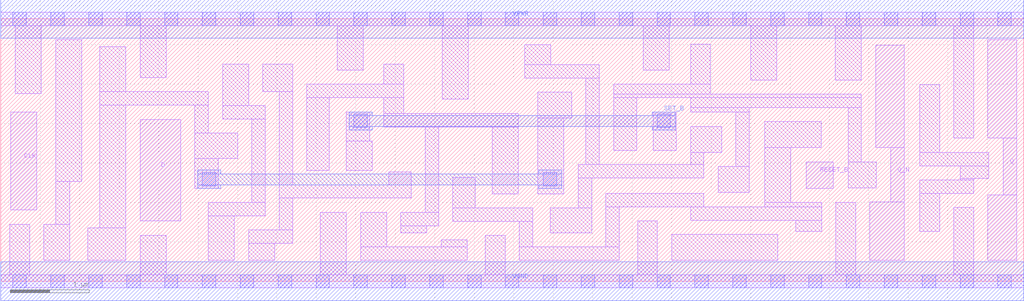
<source format=lef>
# Copyright 2020 The SkyWater PDK Authors
#
# Licensed under the Apache License, Version 2.0 (the "License");
# you may not use this file except in compliance with the License.
# You may obtain a copy of the License at
#
#     https://www.apache.org/licenses/LICENSE-2.0
#
# Unless required by applicable law or agreed to in writing, software
# distributed under the License is distributed on an "AS IS" BASIS,
# WITHOUT WARRANTIES OR CONDITIONS OF ANY KIND, either express or implied.
# See the License for the specific language governing permissions and
# limitations under the License.
#
# SPDX-License-Identifier: Apache-2.0

VERSION 5.7 ;
  NAMESCASESENSITIVE ON ;
  NOWIREEXTENSIONATPIN ON ;
  DIVIDERCHAR "/" ;
  BUSBITCHARS "[]" ;
UNITS
  DATABASE MICRONS 200 ;
END UNITS
MACRO sky130_fd_sc_lp__dfbbp_1
  CLASS CORE ;
  SOURCE USER ;
  FOREIGN sky130_fd_sc_lp__dfbbp_1 ;
  ORIGIN  0.000000  0.000000 ;
  SIZE  12.96000 BY  3.330000 ;
  SYMMETRY X Y R90 ;
  SITE unit ;
  PIN D
    ANTENNAGATEAREA  0.126000 ;
    DIRECTION INPUT ;
    USE SIGNAL ;
    PORT
      LAYER li1 ;
        RECT 1.770000 0.765000 2.280000 2.055000 ;
    END
  END D
  PIN Q
    ANTENNADIFFAREA  0.598500 ;
    DIRECTION OUTPUT ;
    USE SIGNAL ;
    PORT
      LAYER li1 ;
        RECT 12.505000 0.265000 12.870000 1.095000 ;
        RECT 12.505000 1.815000 12.870000 3.065000 ;
        RECT 12.700000 1.095000 12.870000 1.815000 ;
    END
  END Q
  PIN Q_N
    ANTENNADIFFAREA  0.598500 ;
    DIRECTION OUTPUT ;
    USE SIGNAL ;
    PORT
      LAYER li1 ;
        RECT 11.010000 0.265000 11.445000 1.005000 ;
        RECT 11.085000 1.695000 11.445000 2.995000 ;
        RECT 11.275000 1.005000 11.445000 1.695000 ;
    END
  END Q_N
  PIN RESET_B
    ANTENNAGATEAREA  0.159000 ;
    DIRECTION INPUT ;
    USE SIGNAL ;
    PORT
      LAYER li1 ;
        RECT 10.205000 1.180000 10.550000 1.515000 ;
    END
  END RESET_B
  PIN SET_B
    ANTENNAGATEAREA  0.444000 ;
    DIRECTION INPUT ;
    USE SIGNAL ;
    PORT
      LAYER met1 ;
        RECT 4.415000 1.920000 4.705000 1.965000 ;
        RECT 4.415000 1.965000 8.545000 2.105000 ;
        RECT 4.415000 2.105000 4.705000 2.150000 ;
        RECT 8.255000 1.920000 8.545000 1.965000 ;
        RECT 8.255000 2.105000 8.545000 2.150000 ;
    END
  END SET_B
  PIN CLK
    ANTENNAGATEAREA  0.159000 ;
    DIRECTION INPUT ;
    USE CLOCK ;
    PORT
      LAYER li1 ;
        RECT 0.125000 0.905000 0.455000 2.150000 ;
    END
  END CLK
  PIN VGND
    DIRECTION INOUT ;
    USE GROUND ;
    PORT
      LAYER met1 ;
        RECT 0.000000 -0.245000 12.960000 0.245000 ;
    END
  END VGND
  PIN VPWR
    DIRECTION INOUT ;
    USE POWER ;
    PORT
      LAYER met1 ;
        RECT 0.000000 3.085000 12.960000 3.575000 ;
    END
  END VPWR
  OBS
    LAYER li1 ;
      RECT  0.000000 -0.085000 12.960000 0.085000 ;
      RECT  0.000000  3.245000 12.960000 3.415000 ;
      RECT  0.115000  0.085000  0.365000 0.725000 ;
      RECT  0.185000  2.385000  0.515000 3.245000 ;
      RECT  0.545000  0.265000  0.875000 0.725000 ;
      RECT  0.695000  0.725000  0.875000 1.270000 ;
      RECT  0.695000  1.270000  1.025000 3.065000 ;
      RECT  1.105000  0.265000  1.585000 0.675000 ;
      RECT  1.255000  0.675000  1.585000 2.235000 ;
      RECT  1.255000  2.235000  2.630000 2.405000 ;
      RECT  1.255000  2.405000  1.585000 2.975000 ;
      RECT  1.765000  0.085000  2.095000 0.585000 ;
      RECT  1.765000  2.585000  2.095000 3.245000 ;
      RECT  2.460000  1.180000  2.755000 1.560000 ;
      RECT  2.460000  1.560000  3.000000 1.880000 ;
      RECT  2.460000  1.880000  2.630000 2.235000 ;
      RECT  2.630000  0.265000  2.960000 0.830000 ;
      RECT  2.630000  0.830000  3.350000 1.000000 ;
      RECT  2.810000  2.060000  3.350000 2.230000 ;
      RECT  2.810000  2.230000  3.140000 2.755000 ;
      RECT  3.140000  0.265000  3.470000 0.480000 ;
      RECT  3.140000  0.480000  3.700000 0.650000 ;
      RECT  3.180000  1.000000  3.350000 2.060000 ;
      RECT  3.320000  2.410000  3.700000 2.755000 ;
      RECT  3.530000  0.650000  3.700000 1.055000 ;
      RECT  3.530000  1.055000  5.200000 1.225000 ;
      RECT  3.530000  1.225000  3.700000 2.410000 ;
      RECT  3.880000  1.405000  4.165000 2.330000 ;
      RECT  3.880000  2.330000  5.105000 2.500000 ;
      RECT  4.050000  0.085000  4.380000 0.875000 ;
      RECT  4.265000  2.680000  4.595000 3.245000 ;
      RECT  4.375000  1.405000  4.705000 1.780000 ;
      RECT  4.375000  1.780000  4.675000 2.150000 ;
      RECT  4.560000  0.265000  5.910000 0.435000 ;
      RECT  4.560000  0.435000  4.890000 0.875000 ;
      RECT  4.855000  1.960000  6.555000 2.130000 ;
      RECT  4.855000  2.130000  5.105000 2.330000 ;
      RECT  4.855000  2.500000  5.105000 2.755000 ;
      RECT  4.915000  1.225000  5.200000 1.385000 ;
      RECT  5.070000  0.615000  5.400000 0.705000 ;
      RECT  5.070000  0.705000  5.550000 0.875000 ;
      RECT  5.380000  0.875000  5.550000 1.960000 ;
      RECT  5.580000  0.435000  5.910000 0.525000 ;
      RECT  5.595000  2.310000  5.925000 3.245000 ;
      RECT  5.730000  0.760000  6.740000 0.930000 ;
      RECT  5.730000  0.930000  6.015000 1.315000 ;
      RECT  6.140000  0.085000  6.390000 0.580000 ;
      RECT  6.225000  1.110000  6.555000 1.960000 ;
      RECT  6.570000  0.265000  7.835000 0.435000 ;
      RECT  6.570000  0.435000  6.740000 0.760000 ;
      RECT  6.640000  2.580000  7.585000 2.750000 ;
      RECT  6.640000  2.750000  6.970000 3.000000 ;
      RECT  6.805000  1.110000  7.135000 2.070000 ;
      RECT  6.805000  2.070000  7.235000 2.400000 ;
      RECT  6.960000  0.615000  7.485000 0.930000 ;
      RECT  7.315000  0.930000  7.485000 1.310000 ;
      RECT  7.315000  1.310000  8.910000 1.480000 ;
      RECT  7.415000  1.480000  7.585000 2.580000 ;
      RECT  7.665000  0.435000  7.835000 0.945000 ;
      RECT  7.665000  0.945000  8.910000 1.115000 ;
      RECT  7.765000  1.660000  8.055000 2.330000 ;
      RECT  7.765000  2.330000 10.905000 2.375000 ;
      RECT  7.765000  2.375000  8.990000 2.500000 ;
      RECT  8.070000  0.085000  8.320000 0.765000 ;
      RECT  8.140000  2.680000  8.470000 3.245000 ;
      RECT  8.265000  1.660000  8.560000 2.150000 ;
      RECT  8.500000  0.265000  9.845000 0.595000 ;
      RECT  8.740000  0.775000 10.400000 0.945000 ;
      RECT  8.740000  1.480000  8.910000 1.635000 ;
      RECT  8.740000  1.635000  9.135000 1.965000 ;
      RECT  8.740000  2.145000  9.485000 2.205000 ;
      RECT  8.740000  2.205000 10.905000 2.330000 ;
      RECT  8.740000  2.500000  8.990000 3.010000 ;
      RECT  9.090000  1.125000  9.485000 1.455000 ;
      RECT  9.315000  1.455000  9.485000 2.145000 ;
      RECT  9.500000  2.555000  9.830000 3.245000 ;
      RECT  9.680000  0.945000 10.400000 1.000000 ;
      RECT  9.680000  1.000000 10.010000 1.695000 ;
      RECT  9.680000  1.695000 10.395000 2.025000 ;
      RECT 10.070000  0.635000 10.400000 0.775000 ;
      RECT 10.575000  2.555000 10.905000 3.245000 ;
      RECT 10.580000  0.085000 10.830000 1.000000 ;
      RECT 10.735000  1.185000 11.095000 1.515000 ;
      RECT 10.735000  1.515000 10.905000 2.205000 ;
      RECT 11.645000  0.635000 11.895000 1.115000 ;
      RECT 11.645000  1.115000 12.325000 1.285000 ;
      RECT 11.645000  1.465000 12.520000 1.635000 ;
      RECT 11.645000  1.635000 11.895000 2.495000 ;
      RECT 12.075000  0.085000 12.325000 0.935000 ;
      RECT 12.075000  1.815000 12.325000 3.245000 ;
      RECT 12.155000  1.285000 12.325000 1.305000 ;
      RECT 12.155000  1.305000 12.520000 1.465000 ;
    LAYER mcon ;
      RECT  0.155000 -0.085000  0.325000 0.085000 ;
      RECT  0.155000  3.245000  0.325000 3.415000 ;
      RECT  0.635000 -0.085000  0.805000 0.085000 ;
      RECT  0.635000  3.245000  0.805000 3.415000 ;
      RECT  1.115000 -0.085000  1.285000 0.085000 ;
      RECT  1.115000  3.245000  1.285000 3.415000 ;
      RECT  1.595000 -0.085000  1.765000 0.085000 ;
      RECT  1.595000  3.245000  1.765000 3.415000 ;
      RECT  2.075000 -0.085000  2.245000 0.085000 ;
      RECT  2.075000  3.245000  2.245000 3.415000 ;
      RECT  2.555000 -0.085000  2.725000 0.085000 ;
      RECT  2.555000  1.210000  2.725000 1.380000 ;
      RECT  2.555000  3.245000  2.725000 3.415000 ;
      RECT  3.035000 -0.085000  3.205000 0.085000 ;
      RECT  3.035000  3.245000  3.205000 3.415000 ;
      RECT  3.515000 -0.085000  3.685000 0.085000 ;
      RECT  3.515000  3.245000  3.685000 3.415000 ;
      RECT  3.995000 -0.085000  4.165000 0.085000 ;
      RECT  3.995000  3.245000  4.165000 3.415000 ;
      RECT  4.475000 -0.085000  4.645000 0.085000 ;
      RECT  4.475000  1.950000  4.645000 2.120000 ;
      RECT  4.475000  3.245000  4.645000 3.415000 ;
      RECT  4.955000 -0.085000  5.125000 0.085000 ;
      RECT  4.955000  3.245000  5.125000 3.415000 ;
      RECT  5.435000 -0.085000  5.605000 0.085000 ;
      RECT  5.435000  3.245000  5.605000 3.415000 ;
      RECT  5.915000 -0.085000  6.085000 0.085000 ;
      RECT  5.915000  3.245000  6.085000 3.415000 ;
      RECT  6.395000 -0.085000  6.565000 0.085000 ;
      RECT  6.395000  3.245000  6.565000 3.415000 ;
      RECT  6.875000 -0.085000  7.045000 0.085000 ;
      RECT  6.875000  1.210000  7.045000 1.380000 ;
      RECT  6.875000  3.245000  7.045000 3.415000 ;
      RECT  7.355000 -0.085000  7.525000 0.085000 ;
      RECT  7.355000  3.245000  7.525000 3.415000 ;
      RECT  7.835000 -0.085000  8.005000 0.085000 ;
      RECT  7.835000  3.245000  8.005000 3.415000 ;
      RECT  8.315000 -0.085000  8.485000 0.085000 ;
      RECT  8.315000  1.950000  8.485000 2.120000 ;
      RECT  8.315000  3.245000  8.485000 3.415000 ;
      RECT  8.795000 -0.085000  8.965000 0.085000 ;
      RECT  8.795000  3.245000  8.965000 3.415000 ;
      RECT  9.275000 -0.085000  9.445000 0.085000 ;
      RECT  9.275000  3.245000  9.445000 3.415000 ;
      RECT  9.755000 -0.085000  9.925000 0.085000 ;
      RECT  9.755000  3.245000  9.925000 3.415000 ;
      RECT 10.235000 -0.085000 10.405000 0.085000 ;
      RECT 10.235000  3.245000 10.405000 3.415000 ;
      RECT 10.715000 -0.085000 10.885000 0.085000 ;
      RECT 10.715000  3.245000 10.885000 3.415000 ;
      RECT 11.195000 -0.085000 11.365000 0.085000 ;
      RECT 11.195000  3.245000 11.365000 3.415000 ;
      RECT 11.675000 -0.085000 11.845000 0.085000 ;
      RECT 11.675000  3.245000 11.845000 3.415000 ;
      RECT 12.155000 -0.085000 12.325000 0.085000 ;
      RECT 12.155000  3.245000 12.325000 3.415000 ;
      RECT 12.635000 -0.085000 12.805000 0.085000 ;
      RECT 12.635000  3.245000 12.805000 3.415000 ;
    LAYER met1 ;
      RECT 2.495000 1.180000 2.785000 1.225000 ;
      RECT 2.495000 1.225000 7.105000 1.365000 ;
      RECT 2.495000 1.365000 2.785000 1.410000 ;
      RECT 6.815000 1.180000 7.105000 1.225000 ;
      RECT 6.815000 1.365000 7.105000 1.410000 ;
  END
END sky130_fd_sc_lp__dfbbp_1

</source>
